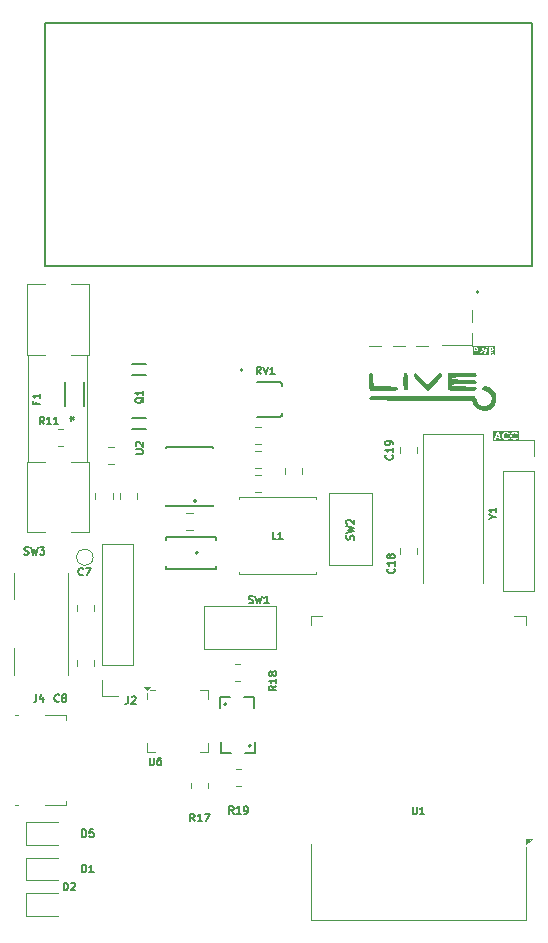
<source format=gbr>
%TF.GenerationSoftware,KiCad,Pcbnew,8.0.4*%
%TF.CreationDate,2024-10-02T02:15:57-03:00*%
%TF.ProjectId,DongleALIVEv2.0,446f6e67-6c65-4414-9c49-564576322e30,2.0*%
%TF.SameCoordinates,Original*%
%TF.FileFunction,Legend,Top*%
%TF.FilePolarity,Positive*%
%FSLAX46Y46*%
G04 Gerber Fmt 4.6, Leading zero omitted, Abs format (unit mm)*
G04 Created by KiCad (PCBNEW 8.0.4) date 2024-10-02 02:15:57*
%MOMM*%
%LPD*%
G01*
G04 APERTURE LIST*
%ADD10C,0.100000*%
%ADD11C,0.128000*%
%ADD12C,0.150000*%
%ADD13C,0.120000*%
%ADD14C,0.127000*%
%ADD15C,0.200000*%
%ADD16C,0.152400*%
%ADD17C,0.000000*%
G04 APERTURE END LIST*
D10*
X153705000Y-76785000D02*
X153809023Y-76889023D01*
X153705000Y-76785000D02*
X151175000Y-76785000D01*
X153705000Y-76785000D02*
X153705000Y-75785000D01*
X146015000Y-76825000D02*
X145015000Y-76825000D01*
X153705000Y-74825000D02*
X153705000Y-73825000D01*
X148015000Y-76825000D02*
X147015000Y-76825000D01*
X150015000Y-76825000D02*
X149015000Y-76825000D01*
D11*
G36*
X155995057Y-84516091D02*
G01*
X155823110Y-84516091D01*
X155909396Y-84295999D01*
X155995057Y-84516091D01*
G37*
G36*
X157675748Y-84857315D02*
G01*
X155525654Y-84857315D01*
X155525654Y-84776200D01*
X155596765Y-84776200D01*
X155724631Y-84776200D01*
X155777466Y-84636141D01*
X156041170Y-84636141D01*
X156091816Y-84776200D01*
X156219682Y-84776200D01*
X156094836Y-84449969D01*
X156279707Y-84449969D01*
X156281207Y-84486029D01*
X156285706Y-84520428D01*
X156293204Y-84553167D01*
X156303702Y-84584244D01*
X156317198Y-84613661D01*
X156333695Y-84641417D01*
X156353190Y-84667511D01*
X156375685Y-84691945D01*
X156400573Y-84714037D01*
X156427171Y-84733183D01*
X156455479Y-84749384D01*
X156485496Y-84762639D01*
X156517224Y-84772949D01*
X156550660Y-84780313D01*
X156585807Y-84784731D01*
X156622663Y-84786204D01*
X156637834Y-84785967D01*
X156672003Y-84783578D01*
X156704452Y-84778616D01*
X156735181Y-84771080D01*
X156768193Y-84759317D01*
X156796469Y-84745444D01*
X156825493Y-84727487D01*
X156850967Y-84708845D01*
X156876990Y-84687202D01*
X156903562Y-84662558D01*
X156820090Y-84575803D01*
X156803650Y-84591096D01*
X156778251Y-84612325D01*
X156751008Y-84631444D01*
X156722392Y-84646770D01*
X156719609Y-84647963D01*
X156687800Y-84658582D01*
X156656992Y-84664261D01*
X156624383Y-84666153D01*
X156605024Y-84665474D01*
X156571583Y-84660828D01*
X156539947Y-84651779D01*
X156510116Y-84638329D01*
X156500678Y-84632928D01*
X156474821Y-84614516D01*
X156450411Y-84590171D01*
X156430551Y-84561735D01*
X156422446Y-84546102D01*
X156411317Y-84516231D01*
X156404640Y-84484135D01*
X156402425Y-84449969D01*
X156978124Y-84449969D01*
X156979624Y-84486029D01*
X156984123Y-84520428D01*
X156991621Y-84553167D01*
X157002119Y-84584244D01*
X157015616Y-84613661D01*
X157032112Y-84641417D01*
X157051607Y-84667511D01*
X157074102Y-84691945D01*
X157098990Y-84714037D01*
X157125588Y-84733183D01*
X157153896Y-84749384D01*
X157183914Y-84762639D01*
X157215641Y-84772949D01*
X157249078Y-84780313D01*
X157284224Y-84784731D01*
X157321080Y-84786204D01*
X157336251Y-84785967D01*
X157370421Y-84783578D01*
X157402870Y-84778616D01*
X157433598Y-84771080D01*
X157466610Y-84759317D01*
X157494886Y-84745444D01*
X157523911Y-84727487D01*
X157549384Y-84708845D01*
X157575407Y-84687202D01*
X157601979Y-84662558D01*
X157518507Y-84575803D01*
X157502067Y-84591096D01*
X157476668Y-84612325D01*
X157449426Y-84631444D01*
X157420810Y-84646770D01*
X157418026Y-84647963D01*
X157386218Y-84658582D01*
X157355409Y-84664261D01*
X157322800Y-84666153D01*
X157303441Y-84665474D01*
X157270000Y-84660828D01*
X157238364Y-84651779D01*
X157208533Y-84638329D01*
X157199095Y-84632928D01*
X157173238Y-84614516D01*
X157148829Y-84590171D01*
X157128969Y-84561735D01*
X157120863Y-84546102D01*
X157109735Y-84516231D01*
X157103058Y-84484135D01*
X157100832Y-84449813D01*
X157103063Y-84416890D01*
X157109757Y-84386000D01*
X157123206Y-84352531D01*
X157142728Y-84321830D01*
X157164296Y-84297718D01*
X157172362Y-84290241D01*
X157197923Y-84270705D01*
X157225529Y-84255510D01*
X157255179Y-84244656D01*
X157286873Y-84238144D01*
X157320612Y-84235973D01*
X157334262Y-84236326D01*
X157367641Y-84240297D01*
X157399951Y-84248679D01*
X157431193Y-84261473D01*
X157461366Y-84278678D01*
X157490471Y-84300295D01*
X157518507Y-84326324D01*
X157604637Y-84244883D01*
X157590913Y-84229853D01*
X157565356Y-84205688D01*
X157537839Y-84184246D01*
X157508363Y-84165527D01*
X157476927Y-84149531D01*
X157458311Y-84141654D01*
X157425286Y-84130397D01*
X157391692Y-84122356D01*
X157357530Y-84117531D01*
X157322800Y-84115923D01*
X157311086Y-84116100D01*
X157276531Y-84118747D01*
X157242854Y-84124570D01*
X157210057Y-84133570D01*
X157178140Y-84145746D01*
X157147101Y-84161098D01*
X157137069Y-84166840D01*
X157108736Y-84185435D01*
X157083052Y-84206085D01*
X157060017Y-84228790D01*
X157039630Y-84253551D01*
X157021893Y-84280367D01*
X157016593Y-84289712D01*
X157002744Y-84318752D01*
X156991973Y-84349298D01*
X156984279Y-84381349D01*
X156979663Y-84414906D01*
X156978124Y-84449969D01*
X156402425Y-84449969D01*
X156402415Y-84449813D01*
X156404646Y-84416890D01*
X156411339Y-84386000D01*
X156424788Y-84352531D01*
X156444311Y-84321830D01*
X156465879Y-84297718D01*
X156473945Y-84290241D01*
X156499506Y-84270705D01*
X156527112Y-84255510D01*
X156556762Y-84244656D01*
X156588456Y-84238144D01*
X156622194Y-84235973D01*
X156635845Y-84236326D01*
X156669224Y-84240297D01*
X156701534Y-84248679D01*
X156732776Y-84261473D01*
X156762949Y-84278678D01*
X156792053Y-84300295D01*
X156820090Y-84326324D01*
X156906219Y-84244883D01*
X156892495Y-84229853D01*
X156866939Y-84205688D01*
X156839422Y-84184246D01*
X156809946Y-84165527D01*
X156778510Y-84149531D01*
X156759893Y-84141654D01*
X156726868Y-84130397D01*
X156693275Y-84122356D01*
X156659113Y-84117531D01*
X156624383Y-84115923D01*
X156612669Y-84116100D01*
X156578113Y-84118747D01*
X156544437Y-84124570D01*
X156511640Y-84133570D01*
X156479722Y-84145746D01*
X156448684Y-84161098D01*
X156438651Y-84166840D01*
X156410318Y-84185435D01*
X156384634Y-84206085D01*
X156361599Y-84228790D01*
X156341213Y-84253551D01*
X156323475Y-84280367D01*
X156318175Y-84289712D01*
X156304327Y-84318752D01*
X156293556Y-84349298D01*
X156285862Y-84381349D01*
X156281246Y-84414906D01*
X156279707Y-84449969D01*
X156094836Y-84449969D01*
X155970828Y-84125927D01*
X155846088Y-84125927D01*
X155696494Y-84516091D01*
X155596765Y-84776200D01*
X155525654Y-84776200D01*
X155525654Y-84044812D01*
X157675748Y-84044812D01*
X157675748Y-84857315D01*
G37*
G36*
X154029680Y-77046283D02*
G01*
X154060867Y-77049104D01*
X154090997Y-77058483D01*
X154112803Y-77080328D01*
X154120072Y-77112099D01*
X154119820Y-77118545D01*
X154109755Y-77148208D01*
X154107054Y-77151791D01*
X154081305Y-77169623D01*
X154049984Y-77174974D01*
X154017060Y-77176032D01*
X153977981Y-77176032D01*
X153977981Y-77045978D01*
X154012683Y-77045978D01*
X154029680Y-77046283D01*
G37*
G36*
X155331125Y-77045984D02*
G01*
X155363002Y-77047087D01*
X155395762Y-77052699D01*
X155400256Y-77054514D01*
X155425149Y-77074740D01*
X155428346Y-77079660D01*
X155436248Y-77110848D01*
X155433126Y-77134318D01*
X155414051Y-77161026D01*
X155398659Y-77168280D01*
X155366168Y-77174567D01*
X155332923Y-77176032D01*
X155294157Y-77176032D01*
X155294157Y-77045978D01*
X155328077Y-77045978D01*
X155331125Y-77045984D01*
G37*
G36*
X155656796Y-77647311D02*
G01*
X153783850Y-77647311D01*
X153783850Y-77176032D01*
X153854961Y-77176032D01*
X153854961Y-77576200D01*
X153977981Y-77576200D01*
X153977981Y-77296082D01*
X154011214Y-77295731D01*
X154044790Y-77294431D01*
X154076312Y-77291774D01*
X154107723Y-77286078D01*
X154126058Y-77279947D01*
X154155945Y-77265583D01*
X154181826Y-77246941D01*
X154203700Y-77224021D01*
X154215759Y-77206518D01*
X154229170Y-77177275D01*
X154236966Y-77144447D01*
X154239184Y-77112255D01*
X154238946Y-77101036D01*
X154235381Y-77069208D01*
X154226402Y-77037062D01*
X154212141Y-77008306D01*
X154193301Y-76983497D01*
X154168099Y-76961637D01*
X154138204Y-76945467D01*
X154118595Y-76938826D01*
X154085969Y-76932110D01*
X154051346Y-76928236D01*
X154017157Y-76926404D01*
X153985484Y-76925927D01*
X154307650Y-76925927D01*
X154453961Y-77576200D01*
X154570885Y-77576200D01*
X154687809Y-77155867D01*
X154807078Y-77576200D01*
X154925252Y-77576200D01*
X155014809Y-77176032D01*
X155171137Y-77176032D01*
X155171137Y-77576200D01*
X155294157Y-77576200D01*
X155294157Y-77296082D01*
X155305724Y-77296082D01*
X155451254Y-77576200D01*
X155585685Y-77576200D01*
X155432652Y-77282483D01*
X155443927Y-77278198D01*
X155474469Y-77263168D01*
X155502633Y-77242639D01*
X155524722Y-77218081D01*
X155531903Y-77207127D01*
X155545666Y-77176898D01*
X155552936Y-77146221D01*
X155555360Y-77112255D01*
X155555117Y-77101113D01*
X155551469Y-77069383D01*
X155542283Y-77037116D01*
X155527692Y-77007993D01*
X155508644Y-76982900D01*
X155483636Y-76960975D01*
X155454380Y-76944998D01*
X155435152Y-76938517D01*
X155402760Y-76931961D01*
X155368086Y-76928181D01*
X155333663Y-76926393D01*
X155301660Y-76925927D01*
X155171137Y-76925927D01*
X155171137Y-77176032D01*
X155014809Y-77176032D01*
X155070782Y-76925927D01*
X154949481Y-76925927D01*
X154857099Y-77340945D01*
X154740175Y-76925927D01*
X154637788Y-76925927D01*
X154522115Y-77340945D01*
X154428951Y-76925927D01*
X154307650Y-76925927D01*
X153985484Y-76925927D01*
X153854961Y-76925927D01*
X153854961Y-77176032D01*
X153783850Y-77176032D01*
X153783850Y-76854816D01*
X155656796Y-76854816D01*
X155656796Y-77647311D01*
G37*
D12*
X120798333Y-96212323D02*
X120767857Y-96242800D01*
X120767857Y-96242800D02*
X120676428Y-96273276D01*
X120676428Y-96273276D02*
X120615476Y-96273276D01*
X120615476Y-96273276D02*
X120524047Y-96242800D01*
X120524047Y-96242800D02*
X120463095Y-96181847D01*
X120463095Y-96181847D02*
X120432618Y-96120895D01*
X120432618Y-96120895D02*
X120402142Y-95998990D01*
X120402142Y-95998990D02*
X120402142Y-95907561D01*
X120402142Y-95907561D02*
X120432618Y-95785657D01*
X120432618Y-95785657D02*
X120463095Y-95724704D01*
X120463095Y-95724704D02*
X120524047Y-95663752D01*
X120524047Y-95663752D02*
X120615476Y-95633276D01*
X120615476Y-95633276D02*
X120676428Y-95633276D01*
X120676428Y-95633276D02*
X120767857Y-95663752D01*
X120767857Y-95663752D02*
X120798333Y-95694228D01*
X121011666Y-95633276D02*
X121438333Y-95633276D01*
X121438333Y-95633276D02*
X121164047Y-96273276D01*
X135844048Y-79243276D02*
X135630714Y-78938514D01*
X135478333Y-79243276D02*
X135478333Y-78603276D01*
X135478333Y-78603276D02*
X135722143Y-78603276D01*
X135722143Y-78603276D02*
X135783095Y-78633752D01*
X135783095Y-78633752D02*
X135813572Y-78664228D01*
X135813572Y-78664228D02*
X135844048Y-78725180D01*
X135844048Y-78725180D02*
X135844048Y-78816609D01*
X135844048Y-78816609D02*
X135813572Y-78877561D01*
X135813572Y-78877561D02*
X135783095Y-78908038D01*
X135783095Y-78908038D02*
X135722143Y-78938514D01*
X135722143Y-78938514D02*
X135478333Y-78938514D01*
X136026905Y-78603276D02*
X136240238Y-79243276D01*
X136240238Y-79243276D02*
X136453572Y-78603276D01*
X137002143Y-79243276D02*
X136636428Y-79243276D01*
X136819285Y-79243276D02*
X136819285Y-78603276D01*
X136819285Y-78603276D02*
X136758333Y-78694704D01*
X136758333Y-78694704D02*
X136697381Y-78755657D01*
X136697381Y-78755657D02*
X136636428Y-78786133D01*
X147122323Y-95686428D02*
X147152800Y-95716904D01*
X147152800Y-95716904D02*
X147183276Y-95808333D01*
X147183276Y-95808333D02*
X147183276Y-95869285D01*
X147183276Y-95869285D02*
X147152800Y-95960714D01*
X147152800Y-95960714D02*
X147091847Y-96021666D01*
X147091847Y-96021666D02*
X147030895Y-96052143D01*
X147030895Y-96052143D02*
X146908990Y-96082619D01*
X146908990Y-96082619D02*
X146817561Y-96082619D01*
X146817561Y-96082619D02*
X146695657Y-96052143D01*
X146695657Y-96052143D02*
X146634704Y-96021666D01*
X146634704Y-96021666D02*
X146573752Y-95960714D01*
X146573752Y-95960714D02*
X146543276Y-95869285D01*
X146543276Y-95869285D02*
X146543276Y-95808333D01*
X146543276Y-95808333D02*
X146573752Y-95716904D01*
X146573752Y-95716904D02*
X146604228Y-95686428D01*
X147183276Y-95076904D02*
X147183276Y-95442619D01*
X147183276Y-95259762D02*
X146543276Y-95259762D01*
X146543276Y-95259762D02*
X146634704Y-95320714D01*
X146634704Y-95320714D02*
X146695657Y-95381666D01*
X146695657Y-95381666D02*
X146726133Y-95442619D01*
X146817561Y-94711190D02*
X146787085Y-94772142D01*
X146787085Y-94772142D02*
X146756609Y-94802619D01*
X146756609Y-94802619D02*
X146695657Y-94833095D01*
X146695657Y-94833095D02*
X146665180Y-94833095D01*
X146665180Y-94833095D02*
X146604228Y-94802619D01*
X146604228Y-94802619D02*
X146573752Y-94772142D01*
X146573752Y-94772142D02*
X146543276Y-94711190D01*
X146543276Y-94711190D02*
X146543276Y-94589285D01*
X146543276Y-94589285D02*
X146573752Y-94528333D01*
X146573752Y-94528333D02*
X146604228Y-94497857D01*
X146604228Y-94497857D02*
X146665180Y-94467380D01*
X146665180Y-94467380D02*
X146695657Y-94467380D01*
X146695657Y-94467380D02*
X146756609Y-94497857D01*
X146756609Y-94497857D02*
X146787085Y-94528333D01*
X146787085Y-94528333D02*
X146817561Y-94589285D01*
X146817561Y-94589285D02*
X146817561Y-94711190D01*
X146817561Y-94711190D02*
X146848038Y-94772142D01*
X146848038Y-94772142D02*
X146878514Y-94802619D01*
X146878514Y-94802619D02*
X146939466Y-94833095D01*
X146939466Y-94833095D02*
X147061371Y-94833095D01*
X147061371Y-94833095D02*
X147122323Y-94802619D01*
X147122323Y-94802619D02*
X147152800Y-94772142D01*
X147152800Y-94772142D02*
X147183276Y-94711190D01*
X147183276Y-94711190D02*
X147183276Y-94589285D01*
X147183276Y-94589285D02*
X147152800Y-94528333D01*
X147152800Y-94528333D02*
X147122323Y-94497857D01*
X147122323Y-94497857D02*
X147061371Y-94467380D01*
X147061371Y-94467380D02*
X146939466Y-94467380D01*
X146939466Y-94467380D02*
X146878514Y-94497857D01*
X146878514Y-94497857D02*
X146848038Y-94528333D01*
X146848038Y-94528333D02*
X146817561Y-94589285D01*
X124621667Y-106503276D02*
X124621667Y-106960419D01*
X124621667Y-106960419D02*
X124591190Y-107051847D01*
X124591190Y-107051847D02*
X124530238Y-107112800D01*
X124530238Y-107112800D02*
X124438809Y-107143276D01*
X124438809Y-107143276D02*
X124377857Y-107143276D01*
X124895952Y-106564228D02*
X124926428Y-106533752D01*
X124926428Y-106533752D02*
X124987381Y-106503276D01*
X124987381Y-106503276D02*
X125139762Y-106503276D01*
X125139762Y-106503276D02*
X125200714Y-106533752D01*
X125200714Y-106533752D02*
X125231190Y-106564228D01*
X125231190Y-106564228D02*
X125261667Y-106625180D01*
X125261667Y-106625180D02*
X125261667Y-106686133D01*
X125261667Y-106686133D02*
X125231190Y-106777561D01*
X125231190Y-106777561D02*
X124865476Y-107143276D01*
X124865476Y-107143276D02*
X125261667Y-107143276D01*
X134811666Y-98592800D02*
X134903095Y-98623276D01*
X134903095Y-98623276D02*
X135055476Y-98623276D01*
X135055476Y-98623276D02*
X135116428Y-98592800D01*
X135116428Y-98592800D02*
X135146904Y-98562323D01*
X135146904Y-98562323D02*
X135177381Y-98501371D01*
X135177381Y-98501371D02*
X135177381Y-98440419D01*
X135177381Y-98440419D02*
X135146904Y-98379466D01*
X135146904Y-98379466D02*
X135116428Y-98348990D01*
X135116428Y-98348990D02*
X135055476Y-98318514D01*
X135055476Y-98318514D02*
X134933571Y-98288038D01*
X134933571Y-98288038D02*
X134872619Y-98257561D01*
X134872619Y-98257561D02*
X134842142Y-98227085D01*
X134842142Y-98227085D02*
X134811666Y-98166133D01*
X134811666Y-98166133D02*
X134811666Y-98105180D01*
X134811666Y-98105180D02*
X134842142Y-98044228D01*
X134842142Y-98044228D02*
X134872619Y-98013752D01*
X134872619Y-98013752D02*
X134933571Y-97983276D01*
X134933571Y-97983276D02*
X135085952Y-97983276D01*
X135085952Y-97983276D02*
X135177381Y-98013752D01*
X135390714Y-97983276D02*
X135543095Y-98623276D01*
X135543095Y-98623276D02*
X135665000Y-98166133D01*
X135665000Y-98166133D02*
X135786905Y-98623276D01*
X135786905Y-98623276D02*
X135939286Y-97983276D01*
X136518334Y-98623276D02*
X136152619Y-98623276D01*
X136335476Y-98623276D02*
X136335476Y-97983276D01*
X136335476Y-97983276D02*
X136274524Y-98074704D01*
X136274524Y-98074704D02*
X136213572Y-98135657D01*
X136213572Y-98135657D02*
X136152619Y-98166133D01*
X146972323Y-86076428D02*
X147002800Y-86106904D01*
X147002800Y-86106904D02*
X147033276Y-86198333D01*
X147033276Y-86198333D02*
X147033276Y-86259285D01*
X147033276Y-86259285D02*
X147002800Y-86350714D01*
X147002800Y-86350714D02*
X146941847Y-86411666D01*
X146941847Y-86411666D02*
X146880895Y-86442143D01*
X146880895Y-86442143D02*
X146758990Y-86472619D01*
X146758990Y-86472619D02*
X146667561Y-86472619D01*
X146667561Y-86472619D02*
X146545657Y-86442143D01*
X146545657Y-86442143D02*
X146484704Y-86411666D01*
X146484704Y-86411666D02*
X146423752Y-86350714D01*
X146423752Y-86350714D02*
X146393276Y-86259285D01*
X146393276Y-86259285D02*
X146393276Y-86198333D01*
X146393276Y-86198333D02*
X146423752Y-86106904D01*
X146423752Y-86106904D02*
X146454228Y-86076428D01*
X147033276Y-85466904D02*
X147033276Y-85832619D01*
X147033276Y-85649762D02*
X146393276Y-85649762D01*
X146393276Y-85649762D02*
X146484704Y-85710714D01*
X146484704Y-85710714D02*
X146545657Y-85771666D01*
X146545657Y-85771666D02*
X146576133Y-85832619D01*
X147033276Y-85162142D02*
X147033276Y-85040238D01*
X147033276Y-85040238D02*
X147002800Y-84979285D01*
X147002800Y-84979285D02*
X146972323Y-84948809D01*
X146972323Y-84948809D02*
X146880895Y-84887857D01*
X146880895Y-84887857D02*
X146758990Y-84857380D01*
X146758990Y-84857380D02*
X146515180Y-84857380D01*
X146515180Y-84857380D02*
X146454228Y-84887857D01*
X146454228Y-84887857D02*
X146423752Y-84918333D01*
X146423752Y-84918333D02*
X146393276Y-84979285D01*
X146393276Y-84979285D02*
X146393276Y-85101190D01*
X146393276Y-85101190D02*
X146423752Y-85162142D01*
X146423752Y-85162142D02*
X146454228Y-85192619D01*
X146454228Y-85192619D02*
X146515180Y-85223095D01*
X146515180Y-85223095D02*
X146667561Y-85223095D01*
X146667561Y-85223095D02*
X146728514Y-85192619D01*
X146728514Y-85192619D02*
X146758990Y-85162142D01*
X146758990Y-85162142D02*
X146789466Y-85101190D01*
X146789466Y-85101190D02*
X146789466Y-84979285D01*
X146789466Y-84979285D02*
X146758990Y-84918333D01*
X146758990Y-84918333D02*
X146728514Y-84887857D01*
X146728514Y-84887857D02*
X146667561Y-84857380D01*
X137138333Y-93213276D02*
X136833571Y-93213276D01*
X136833571Y-93213276D02*
X136833571Y-92573276D01*
X137686905Y-93213276D02*
X137321190Y-93213276D01*
X137504047Y-93213276D02*
X137504047Y-92573276D01*
X137504047Y-92573276D02*
X137443095Y-92664704D01*
X137443095Y-92664704D02*
X137382143Y-92725657D01*
X137382143Y-92725657D02*
X137321190Y-92756133D01*
X125233276Y-85972619D02*
X125751371Y-85972619D01*
X125751371Y-85972619D02*
X125812323Y-85942142D01*
X125812323Y-85942142D02*
X125842800Y-85911666D01*
X125842800Y-85911666D02*
X125873276Y-85850714D01*
X125873276Y-85850714D02*
X125873276Y-85728809D01*
X125873276Y-85728809D02*
X125842800Y-85667857D01*
X125842800Y-85667857D02*
X125812323Y-85637380D01*
X125812323Y-85637380D02*
X125751371Y-85606904D01*
X125751371Y-85606904D02*
X125233276Y-85606904D01*
X125294228Y-85332619D02*
X125263752Y-85302143D01*
X125263752Y-85302143D02*
X125233276Y-85241190D01*
X125233276Y-85241190D02*
X125233276Y-85088809D01*
X125233276Y-85088809D02*
X125263752Y-85027857D01*
X125263752Y-85027857D02*
X125294228Y-84997381D01*
X125294228Y-84997381D02*
X125355180Y-84966904D01*
X125355180Y-84966904D02*
X125416133Y-84966904D01*
X125416133Y-84966904D02*
X125507561Y-84997381D01*
X125507561Y-84997381D02*
X125873276Y-85363095D01*
X125873276Y-85363095D02*
X125873276Y-84966904D01*
X130253571Y-117093276D02*
X130040237Y-116788514D01*
X129887856Y-117093276D02*
X129887856Y-116453276D01*
X129887856Y-116453276D02*
X130131666Y-116453276D01*
X130131666Y-116453276D02*
X130192618Y-116483752D01*
X130192618Y-116483752D02*
X130223095Y-116514228D01*
X130223095Y-116514228D02*
X130253571Y-116575180D01*
X130253571Y-116575180D02*
X130253571Y-116666609D01*
X130253571Y-116666609D02*
X130223095Y-116727561D01*
X130223095Y-116727561D02*
X130192618Y-116758038D01*
X130192618Y-116758038D02*
X130131666Y-116788514D01*
X130131666Y-116788514D02*
X129887856Y-116788514D01*
X130863095Y-117093276D02*
X130497380Y-117093276D01*
X130680237Y-117093276D02*
X130680237Y-116453276D01*
X130680237Y-116453276D02*
X130619285Y-116544704D01*
X130619285Y-116544704D02*
X130558333Y-116605657D01*
X130558333Y-116605657D02*
X130497380Y-116636133D01*
X131076428Y-116453276D02*
X131503095Y-116453276D01*
X131503095Y-116453276D02*
X131228809Y-117093276D01*
X116841667Y-106343276D02*
X116841667Y-106800419D01*
X116841667Y-106800419D02*
X116811190Y-106891847D01*
X116811190Y-106891847D02*
X116750238Y-106952800D01*
X116750238Y-106952800D02*
X116658809Y-106983276D01*
X116658809Y-106983276D02*
X116597857Y-106983276D01*
X117420714Y-106556609D02*
X117420714Y-106983276D01*
X117268333Y-106312800D02*
X117115952Y-106769942D01*
X117115952Y-106769942D02*
X117512143Y-106769942D01*
X143692800Y-93248333D02*
X143723276Y-93156904D01*
X143723276Y-93156904D02*
X143723276Y-93004523D01*
X143723276Y-93004523D02*
X143692800Y-92943571D01*
X143692800Y-92943571D02*
X143662323Y-92913095D01*
X143662323Y-92913095D02*
X143601371Y-92882618D01*
X143601371Y-92882618D02*
X143540419Y-92882618D01*
X143540419Y-92882618D02*
X143479466Y-92913095D01*
X143479466Y-92913095D02*
X143448990Y-92943571D01*
X143448990Y-92943571D02*
X143418514Y-93004523D01*
X143418514Y-93004523D02*
X143388038Y-93126428D01*
X143388038Y-93126428D02*
X143357561Y-93187380D01*
X143357561Y-93187380D02*
X143327085Y-93217857D01*
X143327085Y-93217857D02*
X143266133Y-93248333D01*
X143266133Y-93248333D02*
X143205180Y-93248333D01*
X143205180Y-93248333D02*
X143144228Y-93217857D01*
X143144228Y-93217857D02*
X143113752Y-93187380D01*
X143113752Y-93187380D02*
X143083276Y-93126428D01*
X143083276Y-93126428D02*
X143083276Y-92974047D01*
X143083276Y-92974047D02*
X143113752Y-92882618D01*
X143083276Y-92669285D02*
X143723276Y-92516904D01*
X143723276Y-92516904D02*
X143266133Y-92394999D01*
X143266133Y-92394999D02*
X143723276Y-92273094D01*
X143723276Y-92273094D02*
X143083276Y-92120714D01*
X143144228Y-91907380D02*
X143113752Y-91876904D01*
X143113752Y-91876904D02*
X143083276Y-91815951D01*
X143083276Y-91815951D02*
X143083276Y-91663570D01*
X143083276Y-91663570D02*
X143113752Y-91602618D01*
X143113752Y-91602618D02*
X143144228Y-91572142D01*
X143144228Y-91572142D02*
X143205180Y-91541665D01*
X143205180Y-91541665D02*
X143266133Y-91541665D01*
X143266133Y-91541665D02*
X143357561Y-91572142D01*
X143357561Y-91572142D02*
X143723276Y-91937856D01*
X143723276Y-91937856D02*
X143723276Y-91541665D01*
X119667295Y-82967800D02*
X119857771Y-82967800D01*
X119781580Y-83158276D02*
X119857771Y-82967800D01*
X119857771Y-82967800D02*
X119781580Y-82777323D01*
X120010152Y-83082085D02*
X119857771Y-82967800D01*
X119857771Y-82967800D02*
X120010152Y-82853514D01*
X115811666Y-94472800D02*
X115903095Y-94503276D01*
X115903095Y-94503276D02*
X116055476Y-94503276D01*
X116055476Y-94503276D02*
X116116428Y-94472800D01*
X116116428Y-94472800D02*
X116146904Y-94442323D01*
X116146904Y-94442323D02*
X116177381Y-94381371D01*
X116177381Y-94381371D02*
X116177381Y-94320419D01*
X116177381Y-94320419D02*
X116146904Y-94259466D01*
X116146904Y-94259466D02*
X116116428Y-94228990D01*
X116116428Y-94228990D02*
X116055476Y-94198514D01*
X116055476Y-94198514D02*
X115933571Y-94168038D01*
X115933571Y-94168038D02*
X115872619Y-94137561D01*
X115872619Y-94137561D02*
X115842142Y-94107085D01*
X115842142Y-94107085D02*
X115811666Y-94046133D01*
X115811666Y-94046133D02*
X115811666Y-93985180D01*
X115811666Y-93985180D02*
X115842142Y-93924228D01*
X115842142Y-93924228D02*
X115872619Y-93893752D01*
X115872619Y-93893752D02*
X115933571Y-93863276D01*
X115933571Y-93863276D02*
X116085952Y-93863276D01*
X116085952Y-93863276D02*
X116177381Y-93893752D01*
X116390714Y-93863276D02*
X116543095Y-94503276D01*
X116543095Y-94503276D02*
X116665000Y-94046133D01*
X116665000Y-94046133D02*
X116786905Y-94503276D01*
X116786905Y-94503276D02*
X116939286Y-93863276D01*
X117122143Y-93863276D02*
X117518334Y-93863276D01*
X117518334Y-93863276D02*
X117305000Y-94107085D01*
X117305000Y-94107085D02*
X117396429Y-94107085D01*
X117396429Y-94107085D02*
X117457381Y-94137561D01*
X117457381Y-94137561D02*
X117487857Y-94168038D01*
X117487857Y-94168038D02*
X117518334Y-94228990D01*
X117518334Y-94228990D02*
X117518334Y-94381371D01*
X117518334Y-94381371D02*
X117487857Y-94442323D01*
X117487857Y-94442323D02*
X117457381Y-94472800D01*
X117457381Y-94472800D02*
X117396429Y-94503276D01*
X117396429Y-94503276D02*
X117213572Y-94503276D01*
X117213572Y-94503276D02*
X117152619Y-94472800D01*
X117152619Y-94472800D02*
X117122143Y-94442323D01*
X137163276Y-105616428D02*
X136858514Y-105829762D01*
X137163276Y-105982143D02*
X136523276Y-105982143D01*
X136523276Y-105982143D02*
X136523276Y-105738333D01*
X136523276Y-105738333D02*
X136553752Y-105677381D01*
X136553752Y-105677381D02*
X136584228Y-105646904D01*
X136584228Y-105646904D02*
X136645180Y-105616428D01*
X136645180Y-105616428D02*
X136736609Y-105616428D01*
X136736609Y-105616428D02*
X136797561Y-105646904D01*
X136797561Y-105646904D02*
X136828038Y-105677381D01*
X136828038Y-105677381D02*
X136858514Y-105738333D01*
X136858514Y-105738333D02*
X136858514Y-105982143D01*
X137163276Y-105006904D02*
X137163276Y-105372619D01*
X137163276Y-105189762D02*
X136523276Y-105189762D01*
X136523276Y-105189762D02*
X136614704Y-105250714D01*
X136614704Y-105250714D02*
X136675657Y-105311666D01*
X136675657Y-105311666D02*
X136706133Y-105372619D01*
X136797561Y-104641190D02*
X136767085Y-104702142D01*
X136767085Y-104702142D02*
X136736609Y-104732619D01*
X136736609Y-104732619D02*
X136675657Y-104763095D01*
X136675657Y-104763095D02*
X136645180Y-104763095D01*
X136645180Y-104763095D02*
X136584228Y-104732619D01*
X136584228Y-104732619D02*
X136553752Y-104702142D01*
X136553752Y-104702142D02*
X136523276Y-104641190D01*
X136523276Y-104641190D02*
X136523276Y-104519285D01*
X136523276Y-104519285D02*
X136553752Y-104458333D01*
X136553752Y-104458333D02*
X136584228Y-104427857D01*
X136584228Y-104427857D02*
X136645180Y-104397380D01*
X136645180Y-104397380D02*
X136675657Y-104397380D01*
X136675657Y-104397380D02*
X136736609Y-104427857D01*
X136736609Y-104427857D02*
X136767085Y-104458333D01*
X136767085Y-104458333D02*
X136797561Y-104519285D01*
X136797561Y-104519285D02*
X136797561Y-104641190D01*
X136797561Y-104641190D02*
X136828038Y-104702142D01*
X136828038Y-104702142D02*
X136858514Y-104732619D01*
X136858514Y-104732619D02*
X136919466Y-104763095D01*
X136919466Y-104763095D02*
X137041371Y-104763095D01*
X137041371Y-104763095D02*
X137102323Y-104732619D01*
X137102323Y-104732619D02*
X137132800Y-104702142D01*
X137132800Y-104702142D02*
X137163276Y-104641190D01*
X137163276Y-104641190D02*
X137163276Y-104519285D01*
X137163276Y-104519285D02*
X137132800Y-104458333D01*
X137132800Y-104458333D02*
X137102323Y-104427857D01*
X137102323Y-104427857D02*
X137041371Y-104397380D01*
X137041371Y-104397380D02*
X136919466Y-104397380D01*
X136919466Y-104397380D02*
X136858514Y-104427857D01*
X136858514Y-104427857D02*
X136828038Y-104458333D01*
X136828038Y-104458333D02*
X136797561Y-104519285D01*
X120702618Y-121413276D02*
X120702618Y-120773276D01*
X120702618Y-120773276D02*
X120854999Y-120773276D01*
X120854999Y-120773276D02*
X120946428Y-120803752D01*
X120946428Y-120803752D02*
X121007380Y-120864704D01*
X121007380Y-120864704D02*
X121037857Y-120925657D01*
X121037857Y-120925657D02*
X121068333Y-121047561D01*
X121068333Y-121047561D02*
X121068333Y-121138990D01*
X121068333Y-121138990D02*
X121037857Y-121260895D01*
X121037857Y-121260895D02*
X121007380Y-121321847D01*
X121007380Y-121321847D02*
X120946428Y-121382800D01*
X120946428Y-121382800D02*
X120854999Y-121413276D01*
X120854999Y-121413276D02*
X120702618Y-121413276D01*
X121677857Y-121413276D02*
X121312142Y-121413276D01*
X121494999Y-121413276D02*
X121494999Y-120773276D01*
X121494999Y-120773276D02*
X121434047Y-120864704D01*
X121434047Y-120864704D02*
X121373095Y-120925657D01*
X121373095Y-120925657D02*
X121312142Y-120956133D01*
X118768333Y-106912323D02*
X118737857Y-106942800D01*
X118737857Y-106942800D02*
X118646428Y-106973276D01*
X118646428Y-106973276D02*
X118585476Y-106973276D01*
X118585476Y-106973276D02*
X118494047Y-106942800D01*
X118494047Y-106942800D02*
X118433095Y-106881847D01*
X118433095Y-106881847D02*
X118402618Y-106820895D01*
X118402618Y-106820895D02*
X118372142Y-106698990D01*
X118372142Y-106698990D02*
X118372142Y-106607561D01*
X118372142Y-106607561D02*
X118402618Y-106485657D01*
X118402618Y-106485657D02*
X118433095Y-106424704D01*
X118433095Y-106424704D02*
X118494047Y-106363752D01*
X118494047Y-106363752D02*
X118585476Y-106333276D01*
X118585476Y-106333276D02*
X118646428Y-106333276D01*
X118646428Y-106333276D02*
X118737857Y-106363752D01*
X118737857Y-106363752D02*
X118768333Y-106394228D01*
X119134047Y-106607561D02*
X119073095Y-106577085D01*
X119073095Y-106577085D02*
X119042618Y-106546609D01*
X119042618Y-106546609D02*
X119012142Y-106485657D01*
X119012142Y-106485657D02*
X119012142Y-106455180D01*
X119012142Y-106455180D02*
X119042618Y-106394228D01*
X119042618Y-106394228D02*
X119073095Y-106363752D01*
X119073095Y-106363752D02*
X119134047Y-106333276D01*
X119134047Y-106333276D02*
X119255952Y-106333276D01*
X119255952Y-106333276D02*
X119316904Y-106363752D01*
X119316904Y-106363752D02*
X119347380Y-106394228D01*
X119347380Y-106394228D02*
X119377857Y-106455180D01*
X119377857Y-106455180D02*
X119377857Y-106485657D01*
X119377857Y-106485657D02*
X119347380Y-106546609D01*
X119347380Y-106546609D02*
X119316904Y-106577085D01*
X119316904Y-106577085D02*
X119255952Y-106607561D01*
X119255952Y-106607561D02*
X119134047Y-106607561D01*
X119134047Y-106607561D02*
X119073095Y-106638038D01*
X119073095Y-106638038D02*
X119042618Y-106668514D01*
X119042618Y-106668514D02*
X119012142Y-106729466D01*
X119012142Y-106729466D02*
X119012142Y-106851371D01*
X119012142Y-106851371D02*
X119042618Y-106912323D01*
X119042618Y-106912323D02*
X119073095Y-106942800D01*
X119073095Y-106942800D02*
X119134047Y-106973276D01*
X119134047Y-106973276D02*
X119255952Y-106973276D01*
X119255952Y-106973276D02*
X119316904Y-106942800D01*
X119316904Y-106942800D02*
X119347380Y-106912323D01*
X119347380Y-106912323D02*
X119377857Y-106851371D01*
X119377857Y-106851371D02*
X119377857Y-106729466D01*
X119377857Y-106729466D02*
X119347380Y-106668514D01*
X119347380Y-106668514D02*
X119316904Y-106638038D01*
X119316904Y-106638038D02*
X119255952Y-106607561D01*
X117483571Y-83463276D02*
X117270237Y-83158514D01*
X117117856Y-83463276D02*
X117117856Y-82823276D01*
X117117856Y-82823276D02*
X117361666Y-82823276D01*
X117361666Y-82823276D02*
X117422618Y-82853752D01*
X117422618Y-82853752D02*
X117453095Y-82884228D01*
X117453095Y-82884228D02*
X117483571Y-82945180D01*
X117483571Y-82945180D02*
X117483571Y-83036609D01*
X117483571Y-83036609D02*
X117453095Y-83097561D01*
X117453095Y-83097561D02*
X117422618Y-83128038D01*
X117422618Y-83128038D02*
X117361666Y-83158514D01*
X117361666Y-83158514D02*
X117117856Y-83158514D01*
X118093095Y-83463276D02*
X117727380Y-83463276D01*
X117910237Y-83463276D02*
X117910237Y-82823276D01*
X117910237Y-82823276D02*
X117849285Y-82914704D01*
X117849285Y-82914704D02*
X117788333Y-82975657D01*
X117788333Y-82975657D02*
X117727380Y-83006133D01*
X118702619Y-83463276D02*
X118336904Y-83463276D01*
X118519761Y-83463276D02*
X118519761Y-82823276D01*
X118519761Y-82823276D02*
X118458809Y-82914704D01*
X118458809Y-82914704D02*
X118397857Y-82975657D01*
X118397857Y-82975657D02*
X118336904Y-83006133D01*
X148687380Y-115843276D02*
X148687380Y-116361371D01*
X148687380Y-116361371D02*
X148717857Y-116422323D01*
X148717857Y-116422323D02*
X148748333Y-116452800D01*
X148748333Y-116452800D02*
X148809285Y-116483276D01*
X148809285Y-116483276D02*
X148931190Y-116483276D01*
X148931190Y-116483276D02*
X148992142Y-116452800D01*
X148992142Y-116452800D02*
X149022619Y-116422323D01*
X149022619Y-116422323D02*
X149053095Y-116361371D01*
X149053095Y-116361371D02*
X149053095Y-115843276D01*
X149693095Y-116483276D02*
X149327380Y-116483276D01*
X149510237Y-116483276D02*
X149510237Y-115843276D01*
X149510237Y-115843276D02*
X149449285Y-115934704D01*
X149449285Y-115934704D02*
X149388333Y-115995657D01*
X149388333Y-115995657D02*
X149327380Y-116026133D01*
X155478514Y-91309761D02*
X155783276Y-91309761D01*
X155143276Y-91523094D02*
X155478514Y-91309761D01*
X155478514Y-91309761D02*
X155143276Y-91096427D01*
X155783276Y-90547856D02*
X155783276Y-90913571D01*
X155783276Y-90730714D02*
X155143276Y-90730714D01*
X155143276Y-90730714D02*
X155234704Y-90791666D01*
X155234704Y-90791666D02*
X155295657Y-90852618D01*
X155295657Y-90852618D02*
X155326133Y-90913571D01*
X120702618Y-118413276D02*
X120702618Y-117773276D01*
X120702618Y-117773276D02*
X120854999Y-117773276D01*
X120854999Y-117773276D02*
X120946428Y-117803752D01*
X120946428Y-117803752D02*
X121007380Y-117864704D01*
X121007380Y-117864704D02*
X121037857Y-117925657D01*
X121037857Y-117925657D02*
X121068333Y-118047561D01*
X121068333Y-118047561D02*
X121068333Y-118138990D01*
X121068333Y-118138990D02*
X121037857Y-118260895D01*
X121037857Y-118260895D02*
X121007380Y-118321847D01*
X121007380Y-118321847D02*
X120946428Y-118382800D01*
X120946428Y-118382800D02*
X120854999Y-118413276D01*
X120854999Y-118413276D02*
X120702618Y-118413276D01*
X121647380Y-117773276D02*
X121342618Y-117773276D01*
X121342618Y-117773276D02*
X121312142Y-118078038D01*
X121312142Y-118078038D02*
X121342618Y-118047561D01*
X121342618Y-118047561D02*
X121403571Y-118017085D01*
X121403571Y-118017085D02*
X121555952Y-118017085D01*
X121555952Y-118017085D02*
X121616904Y-118047561D01*
X121616904Y-118047561D02*
X121647380Y-118078038D01*
X121647380Y-118078038D02*
X121677857Y-118138990D01*
X121677857Y-118138990D02*
X121677857Y-118291371D01*
X121677857Y-118291371D02*
X121647380Y-118352323D01*
X121647380Y-118352323D02*
X121616904Y-118382800D01*
X121616904Y-118382800D02*
X121555952Y-118413276D01*
X121555952Y-118413276D02*
X121403571Y-118413276D01*
X121403571Y-118413276D02*
X121342618Y-118382800D01*
X121342618Y-118382800D02*
X121312142Y-118352323D01*
X125924228Y-81195952D02*
X125893752Y-81256904D01*
X125893752Y-81256904D02*
X125832800Y-81317857D01*
X125832800Y-81317857D02*
X125741371Y-81409285D01*
X125741371Y-81409285D02*
X125710895Y-81470238D01*
X125710895Y-81470238D02*
X125710895Y-81531190D01*
X125863276Y-81500714D02*
X125832800Y-81561666D01*
X125832800Y-81561666D02*
X125771847Y-81622619D01*
X125771847Y-81622619D02*
X125649942Y-81653095D01*
X125649942Y-81653095D02*
X125436609Y-81653095D01*
X125436609Y-81653095D02*
X125314704Y-81622619D01*
X125314704Y-81622619D02*
X125253752Y-81561666D01*
X125253752Y-81561666D02*
X125223276Y-81500714D01*
X125223276Y-81500714D02*
X125223276Y-81378809D01*
X125223276Y-81378809D02*
X125253752Y-81317857D01*
X125253752Y-81317857D02*
X125314704Y-81256904D01*
X125314704Y-81256904D02*
X125436609Y-81226428D01*
X125436609Y-81226428D02*
X125649942Y-81226428D01*
X125649942Y-81226428D02*
X125771847Y-81256904D01*
X125771847Y-81256904D02*
X125832800Y-81317857D01*
X125832800Y-81317857D02*
X125863276Y-81378809D01*
X125863276Y-81378809D02*
X125863276Y-81500714D01*
X125863276Y-80616904D02*
X125863276Y-80982619D01*
X125863276Y-80799762D02*
X125223276Y-80799762D01*
X125223276Y-80799762D02*
X125314704Y-80860714D01*
X125314704Y-80860714D02*
X125375657Y-80921666D01*
X125375657Y-80921666D02*
X125406133Y-80982619D01*
X126427380Y-111693276D02*
X126427380Y-112211371D01*
X126427380Y-112211371D02*
X126457857Y-112272323D01*
X126457857Y-112272323D02*
X126488333Y-112302800D01*
X126488333Y-112302800D02*
X126549285Y-112333276D01*
X126549285Y-112333276D02*
X126671190Y-112333276D01*
X126671190Y-112333276D02*
X126732142Y-112302800D01*
X126732142Y-112302800D02*
X126762619Y-112272323D01*
X126762619Y-112272323D02*
X126793095Y-112211371D01*
X126793095Y-112211371D02*
X126793095Y-111693276D01*
X127372142Y-111693276D02*
X127250237Y-111693276D01*
X127250237Y-111693276D02*
X127189285Y-111723752D01*
X127189285Y-111723752D02*
X127158809Y-111754228D01*
X127158809Y-111754228D02*
X127097856Y-111845657D01*
X127097856Y-111845657D02*
X127067380Y-111967561D01*
X127067380Y-111967561D02*
X127067380Y-112211371D01*
X127067380Y-112211371D02*
X127097856Y-112272323D01*
X127097856Y-112272323D02*
X127128333Y-112302800D01*
X127128333Y-112302800D02*
X127189285Y-112333276D01*
X127189285Y-112333276D02*
X127311190Y-112333276D01*
X127311190Y-112333276D02*
X127372142Y-112302800D01*
X127372142Y-112302800D02*
X127402618Y-112272323D01*
X127402618Y-112272323D02*
X127433095Y-112211371D01*
X127433095Y-112211371D02*
X127433095Y-112058990D01*
X127433095Y-112058990D02*
X127402618Y-111998038D01*
X127402618Y-111998038D02*
X127372142Y-111967561D01*
X127372142Y-111967561D02*
X127311190Y-111937085D01*
X127311190Y-111937085D02*
X127189285Y-111937085D01*
X127189285Y-111937085D02*
X127128333Y-111967561D01*
X127128333Y-111967561D02*
X127097856Y-111998038D01*
X127097856Y-111998038D02*
X127067380Y-112058990D01*
X116818038Y-81568332D02*
X116818038Y-81781666D01*
X117153276Y-81781666D02*
X116513276Y-81781666D01*
X116513276Y-81781666D02*
X116513276Y-81476904D01*
X117153276Y-80897856D02*
X117153276Y-81263571D01*
X117153276Y-81080714D02*
X116513276Y-81080714D01*
X116513276Y-81080714D02*
X116604704Y-81141666D01*
X116604704Y-81141666D02*
X116665657Y-81202618D01*
X116665657Y-81202618D02*
X116696133Y-81263571D01*
X133533571Y-116453276D02*
X133320237Y-116148514D01*
X133167856Y-116453276D02*
X133167856Y-115813276D01*
X133167856Y-115813276D02*
X133411666Y-115813276D01*
X133411666Y-115813276D02*
X133472618Y-115843752D01*
X133472618Y-115843752D02*
X133503095Y-115874228D01*
X133503095Y-115874228D02*
X133533571Y-115935180D01*
X133533571Y-115935180D02*
X133533571Y-116026609D01*
X133533571Y-116026609D02*
X133503095Y-116087561D01*
X133503095Y-116087561D02*
X133472618Y-116118038D01*
X133472618Y-116118038D02*
X133411666Y-116148514D01*
X133411666Y-116148514D02*
X133167856Y-116148514D01*
X134143095Y-116453276D02*
X133777380Y-116453276D01*
X133960237Y-116453276D02*
X133960237Y-115813276D01*
X133960237Y-115813276D02*
X133899285Y-115904704D01*
X133899285Y-115904704D02*
X133838333Y-115965657D01*
X133838333Y-115965657D02*
X133777380Y-115996133D01*
X134447857Y-116453276D02*
X134569761Y-116453276D01*
X134569761Y-116453276D02*
X134630714Y-116422800D01*
X134630714Y-116422800D02*
X134661190Y-116392323D01*
X134661190Y-116392323D02*
X134722142Y-116300895D01*
X134722142Y-116300895D02*
X134752619Y-116178990D01*
X134752619Y-116178990D02*
X134752619Y-115935180D01*
X134752619Y-115935180D02*
X134722142Y-115874228D01*
X134722142Y-115874228D02*
X134691666Y-115843752D01*
X134691666Y-115843752D02*
X134630714Y-115813276D01*
X134630714Y-115813276D02*
X134508809Y-115813276D01*
X134508809Y-115813276D02*
X134447857Y-115843752D01*
X134447857Y-115843752D02*
X134417380Y-115874228D01*
X134417380Y-115874228D02*
X134386904Y-115935180D01*
X134386904Y-115935180D02*
X134386904Y-116087561D01*
X134386904Y-116087561D02*
X134417380Y-116148514D01*
X134417380Y-116148514D02*
X134447857Y-116178990D01*
X134447857Y-116178990D02*
X134508809Y-116209466D01*
X134508809Y-116209466D02*
X134630714Y-116209466D01*
X134630714Y-116209466D02*
X134691666Y-116178990D01*
X134691666Y-116178990D02*
X134722142Y-116148514D01*
X134722142Y-116148514D02*
X134752619Y-116087561D01*
X119152618Y-122913276D02*
X119152618Y-122273276D01*
X119152618Y-122273276D02*
X119304999Y-122273276D01*
X119304999Y-122273276D02*
X119396428Y-122303752D01*
X119396428Y-122303752D02*
X119457380Y-122364704D01*
X119457380Y-122364704D02*
X119487857Y-122425657D01*
X119487857Y-122425657D02*
X119518333Y-122547561D01*
X119518333Y-122547561D02*
X119518333Y-122638990D01*
X119518333Y-122638990D02*
X119487857Y-122760895D01*
X119487857Y-122760895D02*
X119457380Y-122821847D01*
X119457380Y-122821847D02*
X119396428Y-122882800D01*
X119396428Y-122882800D02*
X119304999Y-122913276D01*
X119304999Y-122913276D02*
X119152618Y-122913276D01*
X119762142Y-122334228D02*
X119792618Y-122303752D01*
X119792618Y-122303752D02*
X119853571Y-122273276D01*
X119853571Y-122273276D02*
X120005952Y-122273276D01*
X120005952Y-122273276D02*
X120066904Y-122303752D01*
X120066904Y-122303752D02*
X120097380Y-122334228D01*
X120097380Y-122334228D02*
X120127857Y-122395180D01*
X120127857Y-122395180D02*
X120127857Y-122456133D01*
X120127857Y-122456133D02*
X120097380Y-122547561D01*
X120097380Y-122547561D02*
X119731666Y-122913276D01*
X119731666Y-122913276D02*
X120127857Y-122913276D01*
D13*
%TO.C,C9*%
X121830000Y-89283748D02*
X121830000Y-89806252D01*
X123300000Y-89283748D02*
X123300000Y-89806252D01*
%TO.C,C7*%
X120240000Y-99316252D02*
X120240000Y-98793748D01*
X121710000Y-99316252D02*
X121710000Y-98793748D01*
D14*
%TO.C,RV1*%
X135535000Y-79865000D02*
X137415000Y-79865000D01*
X135535000Y-82865000D02*
X137415000Y-82865000D01*
X137415000Y-79865000D02*
X137615000Y-79965000D01*
X137415000Y-82865000D02*
X137615000Y-82765000D01*
X137615000Y-79965000D02*
X137615000Y-80245000D01*
X137615000Y-82765000D02*
X137615000Y-82485000D01*
D15*
X134315000Y-78865000D02*
G75*
G02*
X134115000Y-78865000I-100000J0D01*
G01*
X134115000Y-78865000D02*
G75*
G02*
X134315000Y-78865000I100000J0D01*
G01*
D13*
%TO.C,C10*%
X123930000Y-89283748D02*
X123930000Y-89806252D01*
X125400000Y-89283748D02*
X125400000Y-89806252D01*
%TO.C,C18*%
X147590000Y-93953748D02*
X147590000Y-94476252D01*
X149060000Y-93953748D02*
X149060000Y-94476252D01*
%TO.C,J2*%
X122395000Y-103855000D02*
X122395000Y-93635000D01*
X122395000Y-106455000D02*
X122395000Y-105125000D01*
X123725000Y-106455000D02*
X122395000Y-106455000D01*
X125055000Y-93635000D02*
X122395000Y-93635000D01*
X125055000Y-103855000D02*
X122395000Y-103855000D01*
X125055000Y-103855000D02*
X125055000Y-93635000D01*
%TO.C,SW1*%
X131015000Y-98835000D02*
X137135000Y-98835000D01*
X131015000Y-102535000D02*
X131015000Y-98835000D01*
X137135000Y-98835000D02*
X137135000Y-102535000D01*
X137135000Y-102535000D02*
X131015000Y-102535000D01*
%TO.C,R13*%
X135842064Y-83670000D02*
X135387936Y-83670000D01*
X135842064Y-85140000D02*
X135387936Y-85140000D01*
D14*
%TO.C,D3*%
X127792500Y-93022500D02*
X127792500Y-93250000D01*
X127792500Y-93022500D02*
X132037500Y-93022500D01*
X127792500Y-95687500D02*
X127792500Y-95460000D01*
X132037500Y-93022500D02*
X132037500Y-93250000D01*
X132037500Y-95460000D02*
X132037500Y-95687500D01*
X132037500Y-95687500D02*
X127792500Y-95687500D01*
D15*
X130515000Y-94355000D02*
G75*
G02*
X130315000Y-94355000I-100000J0D01*
G01*
X130315000Y-94355000D02*
G75*
G02*
X130515000Y-94355000I100000J0D01*
G01*
D13*
%TO.C,TP1*%
X121645000Y-94735000D02*
G75*
G02*
X120245000Y-94735000I-700000J0D01*
G01*
X120245000Y-94735000D02*
G75*
G02*
X121645000Y-94735000I700000J0D01*
G01*
%TO.C,C19*%
X147590000Y-85403748D02*
X147590000Y-85926252D01*
X149060000Y-85403748D02*
X149060000Y-85926252D01*
%TO.C,R12*%
X137870000Y-87207936D02*
X137870000Y-87662064D01*
X139340000Y-87207936D02*
X139340000Y-87662064D01*
%TO.C,L1*%
X134015000Y-89635000D02*
X134015000Y-89785000D01*
X134015000Y-89635000D02*
X140535000Y-89635000D01*
X134015000Y-96155000D02*
X134015000Y-96005000D01*
X134015000Y-96155000D02*
X140535000Y-96155000D01*
X140535000Y-89635000D02*
X140535000Y-89785000D01*
X140535000Y-96155000D02*
X140535000Y-96005000D01*
%TO.C,R7*%
X123392064Y-85380000D02*
X122937936Y-85380000D01*
X123392064Y-86850000D02*
X122937936Y-86850000D01*
D14*
%TO.C,U2*%
X127775000Y-85475000D02*
X127775000Y-85375000D01*
X127775000Y-90375000D02*
X127775000Y-90275000D01*
X131775000Y-85375000D02*
X127775000Y-85375000D01*
X131775000Y-85475000D02*
X131775000Y-85375000D01*
X131775000Y-90375000D02*
X127775000Y-90375000D01*
X131775000Y-90375000D02*
X131775000Y-90275000D01*
D15*
X130375000Y-89975000D02*
G75*
G02*
X130175000Y-89975000I-100000J0D01*
G01*
X130175000Y-89975000D02*
G75*
G02*
X130375000Y-89975000I100000J0D01*
G01*
D13*
%TO.C,R17*%
X129930000Y-113817936D02*
X129930000Y-114272064D01*
X131400000Y-113817936D02*
X131400000Y-114272064D01*
D14*
%TO.C,Q3*%
X132385000Y-107475000D02*
X132385000Y-106535000D01*
X133215000Y-106535000D02*
X132385000Y-106535000D01*
X135285000Y-106535000D02*
X134455000Y-106535000D01*
X135285000Y-106535000D02*
X135285000Y-107475000D01*
D15*
X132935000Y-107185000D02*
G75*
G02*
X132735000Y-107185000I-100000J0D01*
G01*
X132735000Y-107185000D02*
G75*
G02*
X132935000Y-107185000I100000J0D01*
G01*
D13*
%TO.C,J4*%
X115050000Y-108117500D02*
X115310000Y-108117500D01*
X115310000Y-115737500D02*
X115050000Y-115737500D01*
X117590000Y-108117500D02*
X119360000Y-108117500D01*
X119360000Y-108117500D02*
X119360000Y-108497500D01*
X119360000Y-115737500D02*
X117590000Y-115737500D01*
X119360000Y-115737500D02*
X119360000Y-115357500D01*
%TO.C,R8*%
X135387936Y-87770000D02*
X135842064Y-87770000D01*
X135387936Y-89240000D02*
X135842064Y-89240000D01*
%TO.C,SW2*%
X141585000Y-89295000D02*
X145285000Y-89295000D01*
X141585000Y-95415000D02*
X141585000Y-89295000D01*
X145285000Y-89295000D02*
X145285000Y-95415000D01*
X145285000Y-95415000D02*
X141585000Y-95415000D01*
D16*
%TO.C,D4*%
X119304900Y-79856300D02*
X119304900Y-81913700D01*
X120905100Y-81913700D02*
X120905100Y-79856300D01*
D13*
%TO.C,C6*%
X129546248Y-90960000D02*
X130068752Y-90960000D01*
X129546248Y-92430000D02*
X130068752Y-92430000D01*
%TO.C,SW3*%
X114925000Y-96075000D02*
X114925000Y-98275000D01*
X114925000Y-102375000D02*
X114925000Y-104675000D01*
X119525000Y-96075000D02*
X119525000Y-104675000D01*
%TO.C,R18*%
X134082064Y-103730000D02*
X133627936Y-103730000D01*
X134082064Y-105200000D02*
X133627936Y-105200000D01*
%TO.C,D1*%
X115980000Y-120165000D02*
X115980000Y-122085000D01*
X115980000Y-122085000D02*
X118665000Y-122085000D01*
X118665000Y-120165000D02*
X115980000Y-120165000D01*
%TO.C,C8*%
X120240000Y-103443748D02*
X120240000Y-103966252D01*
X121710000Y-103443748D02*
X121710000Y-103966252D01*
%TO.C,R11*%
X119122064Y-83840000D02*
X118667936Y-83840000D01*
X119122064Y-85310000D02*
X118667936Y-85310000D01*
D14*
%TO.C,J1*%
X117545000Y-49535000D02*
X158845000Y-49535000D01*
X117545000Y-70035000D02*
X117545000Y-49535000D01*
X158845000Y-49535000D02*
X158845000Y-70035000D01*
X158845000Y-70035000D02*
X117545000Y-70035000D01*
D15*
X154295000Y-72285000D02*
G75*
G02*
X154095000Y-72285000I-100000J0D01*
G01*
X154095000Y-72285000D02*
G75*
G02*
X154295000Y-72285000I100000J0D01*
G01*
D13*
%TO.C,U1*%
X140055000Y-99690000D02*
X141055000Y-99690000D01*
X140055000Y-100470000D02*
X140055000Y-99690000D01*
X140055000Y-125430000D02*
X140055000Y-119015000D01*
X158295000Y-99690000D02*
X157295000Y-99690000D01*
X158295000Y-100470000D02*
X158295000Y-99690000D01*
X158295000Y-125430000D02*
X140055000Y-125430000D01*
X158295000Y-125430000D02*
X158295000Y-119270000D01*
X158300000Y-119045000D02*
X158300000Y-118545000D01*
X158800000Y-118545000D01*
X158300000Y-119045000D01*
G36*
X158300000Y-119045000D02*
G01*
X158300000Y-118545000D01*
X158800000Y-118545000D01*
X158300000Y-119045000D01*
G37*
%TO.C,Y1*%
X149565000Y-84305000D02*
X149565000Y-96905000D01*
X154665000Y-84305000D02*
X149565000Y-84305000D01*
X154665000Y-96905000D02*
X154665000Y-84305000D01*
%TO.C,D5*%
X115980000Y-117165000D02*
X115980000Y-119085000D01*
X115980000Y-119085000D02*
X118665000Y-119085000D01*
X118665000Y-117165000D02*
X115980000Y-117165000D01*
D14*
%TO.C,Q2*%
X132455000Y-111335000D02*
X132455000Y-110395000D01*
X132455000Y-111335000D02*
X133285000Y-111335000D01*
X134525000Y-111335000D02*
X135355000Y-111335000D01*
X135355000Y-110395000D02*
X135355000Y-111335000D01*
D15*
X135005000Y-110685000D02*
G75*
G02*
X134805000Y-110685000I-100000J0D01*
G01*
X134805000Y-110685000D02*
G75*
G02*
X135005000Y-110685000I100000J0D01*
G01*
D13*
%TO.C,C11*%
X135373748Y-85700000D02*
X135896252Y-85700000D01*
X135373748Y-87170000D02*
X135896252Y-87170000D01*
D16*
%TO.C,Q1*%
X126085659Y-78390500D02*
X124949199Y-78390500D01*
X126085659Y-79279500D02*
X124949199Y-79279500D01*
X126085659Y-82970500D02*
X124949199Y-82970500D01*
X126085659Y-83859500D02*
X124949199Y-83859500D01*
D13*
%TO.C,U6*%
X126185000Y-106730000D02*
X126185000Y-106245000D01*
X126185000Y-111225000D02*
X126185000Y-110500000D01*
X126910000Y-106005000D02*
X126485000Y-106005000D01*
X126910000Y-111225000D02*
X126185000Y-111225000D01*
X130680000Y-106005000D02*
X131405000Y-106005000D01*
X130680000Y-111225000D02*
X131405000Y-111225000D01*
X131405000Y-106005000D02*
X131405000Y-106730000D01*
X131405000Y-111225000D02*
X131405000Y-110500000D01*
X126185000Y-106005000D02*
X125945000Y-105675000D01*
X126425000Y-105675000D01*
X126185000Y-106005000D01*
G36*
X126185000Y-106005000D02*
G01*
X125945000Y-105675000D01*
X126425000Y-105675000D01*
X126185000Y-106005000D01*
G37*
%TO.C,F1*%
X116015000Y-71625000D02*
X117565000Y-71625000D01*
X116015000Y-77625000D02*
X116015000Y-71625000D01*
X116015000Y-77625000D02*
X117565000Y-77625000D01*
X116015000Y-86625000D02*
X116015000Y-92625000D01*
X116015000Y-86625000D02*
X117565000Y-86625000D01*
X116165000Y-86625000D02*
X116165000Y-77625000D01*
X117565000Y-92625000D02*
X116015000Y-92625000D01*
X119765000Y-92625000D02*
X121315000Y-92625000D01*
X121165000Y-86625000D02*
X121165000Y-77625000D01*
X121315000Y-71625000D02*
X119765000Y-71625000D01*
X121315000Y-77625000D02*
X119765000Y-77625000D01*
X121315000Y-77625000D02*
X121315000Y-71625000D01*
X121315000Y-86625000D02*
X119765000Y-86625000D01*
X121315000Y-92625000D02*
X121315000Y-86625000D01*
%TO.C,R19*%
X134172064Y-112650000D02*
X133717936Y-112650000D01*
X134172064Y-114120000D02*
X133717936Y-114120000D01*
%TO.C,D2*%
X115980000Y-123165000D02*
X115980000Y-125085000D01*
X115980000Y-125085000D02*
X118665000Y-125085000D01*
X118665000Y-123165000D02*
X115980000Y-123165000D01*
D17*
%TO.C,G\u002A\u002A\u002A*%
G36*
X148193822Y-79142431D02*
G01*
X148235576Y-79185444D01*
X148263454Y-79265367D01*
X148280048Y-79402303D01*
X148287942Y-79616355D01*
X148289749Y-79887547D01*
X148289749Y-80572151D01*
X148143661Y-80589188D01*
X148017900Y-80587652D01*
X147956548Y-80565199D01*
X147940099Y-80494276D01*
X147926793Y-80333227D01*
X147918127Y-80107059D01*
X147915523Y-79878726D01*
X147918684Y-79581983D01*
X147929884Y-79379882D01*
X147951701Y-79252047D01*
X147986712Y-79178104D01*
X148006708Y-79157600D01*
X148117378Y-79113022D01*
X148193822Y-79142431D01*
G37*
G36*
X145242168Y-79112757D02*
G01*
X145295088Y-79135159D01*
X145330748Y-79192777D01*
X145354549Y-79307491D01*
X145371895Y-79501180D01*
X145382296Y-79680357D01*
X145411083Y-80226711D01*
X146417915Y-80255499D01*
X146781513Y-80266690D01*
X147046110Y-80277801D01*
X147227828Y-80291028D01*
X147342792Y-80308569D01*
X147407121Y-80332622D01*
X147436942Y-80365382D01*
X147446102Y-80395627D01*
X147449645Y-80481547D01*
X147414537Y-80546842D01*
X147328066Y-80594214D01*
X147177516Y-80626363D01*
X146950176Y-80645995D01*
X146633330Y-80655810D01*
X146214265Y-80658511D01*
X146209370Y-80658511D01*
X145837352Y-80657980D01*
X145563548Y-80655122D01*
X145371029Y-80648035D01*
X145242864Y-80634820D01*
X145162122Y-80613579D01*
X145111872Y-80582411D01*
X145075183Y-80539418D01*
X145068908Y-80530555D01*
X145021732Y-80423678D01*
X144993184Y-80253107D01*
X144980524Y-79998084D01*
X144979283Y-79850679D01*
X144989075Y-79523040D01*
X145021111Y-79297895D01*
X145079380Y-79164047D01*
X145167871Y-79110299D01*
X145242168Y-79112757D01*
G37*
G36*
X148983492Y-79142740D02*
G01*
X149105936Y-79245103D01*
X149264614Y-79390478D01*
X149438427Y-79558220D01*
X149606272Y-79727687D01*
X149747047Y-79878236D01*
X149839651Y-79989223D01*
X149863420Y-80028539D01*
X149907588Y-80077999D01*
X149988417Y-80059743D01*
X150114664Y-79967627D01*
X150295086Y-79795504D01*
X150492771Y-79586918D01*
X150697320Y-79369983D01*
X150843464Y-79228771D01*
X150946950Y-79150909D01*
X151023516Y-79124023D01*
X151073839Y-79130211D01*
X151167379Y-79183370D01*
X151193639Y-79269229D01*
X151148248Y-79397075D01*
X151026836Y-79576192D01*
X150825030Y-79815864D01*
X150672288Y-79983203D01*
X150469471Y-80197122D01*
X150286686Y-80382459D01*
X150142017Y-80521389D01*
X150053552Y-80596087D01*
X150045163Y-80601245D01*
X149981825Y-80614133D01*
X149901168Y-80579639D01*
X149785376Y-80485343D01*
X149616632Y-80318832D01*
X149568464Y-80269020D01*
X149276218Y-79961709D01*
X149058608Y-79723427D01*
X148907443Y-79543211D01*
X148814528Y-79410103D01*
X148771671Y-79313139D01*
X148770680Y-79241363D01*
X148781055Y-79215568D01*
X148860721Y-79125850D01*
X148918386Y-79104031D01*
X148983492Y-79142740D01*
G37*
G36*
X155144583Y-80309874D02*
G01*
X155390744Y-80457067D01*
X155595558Y-80675207D01*
X155737087Y-80942208D01*
X155789646Y-81172385D01*
X155776535Y-81526743D01*
X155667315Y-81829321D01*
X155527994Y-82011775D01*
X155245540Y-82227429D01*
X154939821Y-82340611D01*
X154627038Y-82346911D01*
X154457278Y-82303007D01*
X154212387Y-82170912D01*
X153987864Y-81975523D01*
X153821402Y-81752727D01*
X153775885Y-81654216D01*
X153707296Y-81464537D01*
X149402889Y-81464537D01*
X148595079Y-81464421D01*
X147894663Y-81463951D01*
X147293892Y-81462945D01*
X146785012Y-81461223D01*
X146360275Y-81458601D01*
X146011927Y-81454899D01*
X145732217Y-81449934D01*
X145513396Y-81443525D01*
X145347709Y-81435490D01*
X145227408Y-81425646D01*
X145144738Y-81413812D01*
X145091952Y-81399807D01*
X145061296Y-81383449D01*
X145045019Y-81364555D01*
X145043763Y-81362296D01*
X145023440Y-81214820D01*
X145044599Y-81160790D01*
X145060604Y-81142379D01*
X145091684Y-81126387D01*
X145145463Y-81112642D01*
X145229565Y-81100977D01*
X145351617Y-81091223D01*
X145519246Y-81083210D01*
X145740076Y-81076771D01*
X146021731Y-81071734D01*
X146371839Y-81067932D01*
X146798025Y-81065195D01*
X147307914Y-81063355D01*
X147909132Y-81062243D01*
X148609304Y-81061690D01*
X149416056Y-81061525D01*
X149523388Y-81061523D01*
X150377916Y-81061896D01*
X151123672Y-81063083D01*
X151767032Y-81065186D01*
X152314365Y-81068307D01*
X152772048Y-81072551D01*
X153146450Y-81078016D01*
X153443947Y-81084809D01*
X153670910Y-81093029D01*
X153833713Y-81102781D01*
X153938730Y-81114166D01*
X153992333Y-81127287D01*
X154001165Y-81133490D01*
X154050772Y-81232092D01*
X154107472Y-81389525D01*
X154122864Y-81440771D01*
X154222683Y-81673247D01*
X154380377Y-81825296D01*
X154570392Y-81910754D01*
X154828923Y-81946711D01*
X155071714Y-81871608D01*
X155196834Y-81787260D01*
X155305140Y-81673011D01*
X155363023Y-81523457D01*
X155384852Y-81372209D01*
X155393022Y-81183132D01*
X155362302Y-81052373D01*
X155277965Y-80925668D01*
X155256705Y-80899998D01*
X155036077Y-80723219D01*
X154852774Y-80652422D01*
X154661928Y-80573057D01*
X154569165Y-80471102D01*
X154572991Y-80369167D01*
X154671908Y-80289870D01*
X154864422Y-80255823D01*
X154879016Y-80255714D01*
X155144583Y-80309874D01*
G37*
G36*
X153292198Y-79105278D02*
G01*
X153584743Y-79109819D01*
X153793267Y-79118855D01*
X153933324Y-79133590D01*
X154020468Y-79155225D01*
X154070250Y-79184963D01*
X154079873Y-79195218D01*
X154124440Y-79306000D01*
X154095110Y-79382331D01*
X154058664Y-79418075D01*
X153989940Y-79444611D01*
X153872484Y-79463694D01*
X153689846Y-79477077D01*
X153425573Y-79486515D01*
X153063213Y-79493763D01*
X153047736Y-79494011D01*
X152680824Y-79501351D01*
X152414426Y-79510880D01*
X152233908Y-79524071D01*
X152124640Y-79542399D01*
X152071991Y-79567337D01*
X152060801Y-79593405D01*
X152078304Y-79624779D01*
X152140570Y-79648350D01*
X152262229Y-79665591D01*
X152457912Y-79677974D01*
X152742252Y-79686975D01*
X153047736Y-79692799D01*
X153414033Y-79699999D01*
X153681637Y-79709325D01*
X153866998Y-79722531D01*
X153986568Y-79741372D01*
X154056801Y-79767602D01*
X154094147Y-79802975D01*
X154095110Y-79804479D01*
X154121434Y-79917731D01*
X154079873Y-79991593D01*
X154035092Y-80025850D01*
X153955257Y-80050551D01*
X153823744Y-80067142D01*
X153623928Y-80077072D01*
X153339180Y-80081787D01*
X153032498Y-80082779D01*
X152670564Y-80084156D01*
X152408701Y-80089169D01*
X152231860Y-80099134D01*
X152124990Y-80115367D01*
X152073040Y-80139186D01*
X152060801Y-80167810D01*
X152077099Y-80199107D01*
X152135712Y-80222689D01*
X152251222Y-80239991D01*
X152438210Y-80252451D01*
X152711257Y-80261507D01*
X153082728Y-80268563D01*
X153448016Y-80274600D01*
X153714232Y-80281277D01*
X153897438Y-80290835D01*
X154013696Y-80305515D01*
X154079071Y-80327559D01*
X154109624Y-80359210D01*
X154121418Y-80402707D01*
X154123040Y-80413732D01*
X154103853Y-80526724D01*
X153991488Y-80600183D01*
X153989752Y-80600846D01*
X153876075Y-80621943D01*
X153675271Y-80637907D01*
X153410833Y-80648785D01*
X153106257Y-80654625D01*
X152785036Y-80655475D01*
X152470664Y-80651382D01*
X152186636Y-80642394D01*
X151956445Y-80628558D01*
X151803587Y-80609922D01*
X151758541Y-80596327D01*
X151713942Y-80555585D01*
X151684571Y-80481319D01*
X151667426Y-80352493D01*
X151659508Y-80148067D01*
X151657788Y-79889925D01*
X151664522Y-79546122D01*
X151684542Y-79310435D01*
X151717572Y-79185707D01*
X151726876Y-79173119D01*
X151797228Y-79146154D01*
X151952314Y-79126244D01*
X152200127Y-79112920D01*
X152548661Y-79105712D01*
X152900080Y-79104031D01*
X153292198Y-79105278D01*
G37*
D13*
%TO.C,J3*%
X156315000Y-87395000D02*
X156315000Y-97615000D01*
X156315000Y-87395000D02*
X158975000Y-87395000D01*
X156315000Y-97615000D02*
X158975000Y-97615000D01*
X157645000Y-84795000D02*
X158975000Y-84795000D01*
X158975000Y-84795000D02*
X158975000Y-86125000D01*
X158975000Y-87395000D02*
X158975000Y-97615000D01*
%TD*%
M02*

</source>
